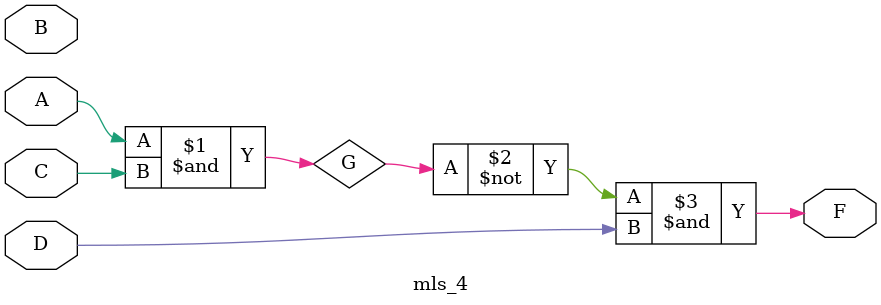
<source format=v>
`timescale 1ns / 1ps


module mls_4(
    A,B,C,D,F
    );
    input A,B,C,D;
    output F;
    assign G = (A&C);
    assign F = ~G&D;
endmodule

</source>
